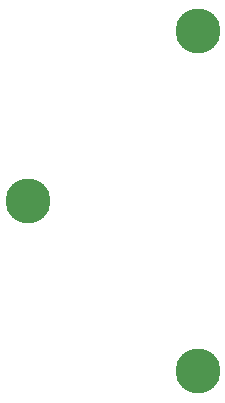
<source format=gbr>
%TF.GenerationSoftware,KiCad,Pcbnew,7.0.5*%
%TF.CreationDate,2024-03-22T00:08:30+08:00*%
%TF.ProjectId,joy-con,6a6f792d-636f-46e2-9e6b-696361645f70,rev?*%
%TF.SameCoordinates,Original*%
%TF.FileFunction,Soldermask,Bot*%
%TF.FilePolarity,Negative*%
%FSLAX46Y46*%
G04 Gerber Fmt 4.6, Leading zero omitted, Abs format (unit mm)*
G04 Created by KiCad (PCBNEW 7.0.5) date 2024-03-22 00:08:30*
%MOMM*%
%LPD*%
G01*
G04 APERTURE LIST*
%ADD10C,3.800000*%
G04 APERTURE END LIST*
D10*
%TO.C,K26*%
X65205926Y-58990881D03*
X79577926Y-44618881D03*
X79577926Y-73362881D03*
%TD*%
M02*

</source>
